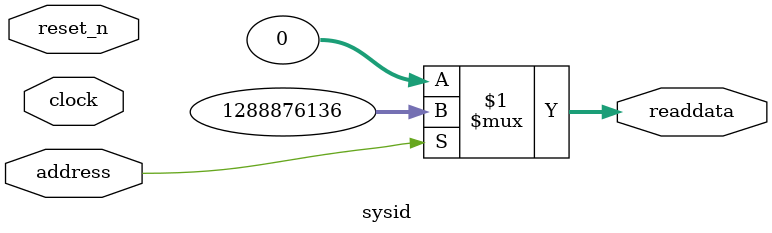
<source format=v>

`timescale 1ns / 1ps
// synthesis translate_on

// turn off superfluous verilog processor warnings 
// altera message_level Level1 
// altera message_off 10034 10035 10036 10037 10230 10240 10030 

module sysid (
               // inputs:
                address,
                clock,
                reset_n,

               // outputs:
                readdata
             )
;

  output  [ 31: 0] readdata;
  input            address;
  input            clock;
  input            reset_n;

  wire    [ 31: 0] readdata;
  //control_slave, which is an e_avalon_slave
  assign readdata = address ? 1288876136 : 0;

endmodule


</source>
